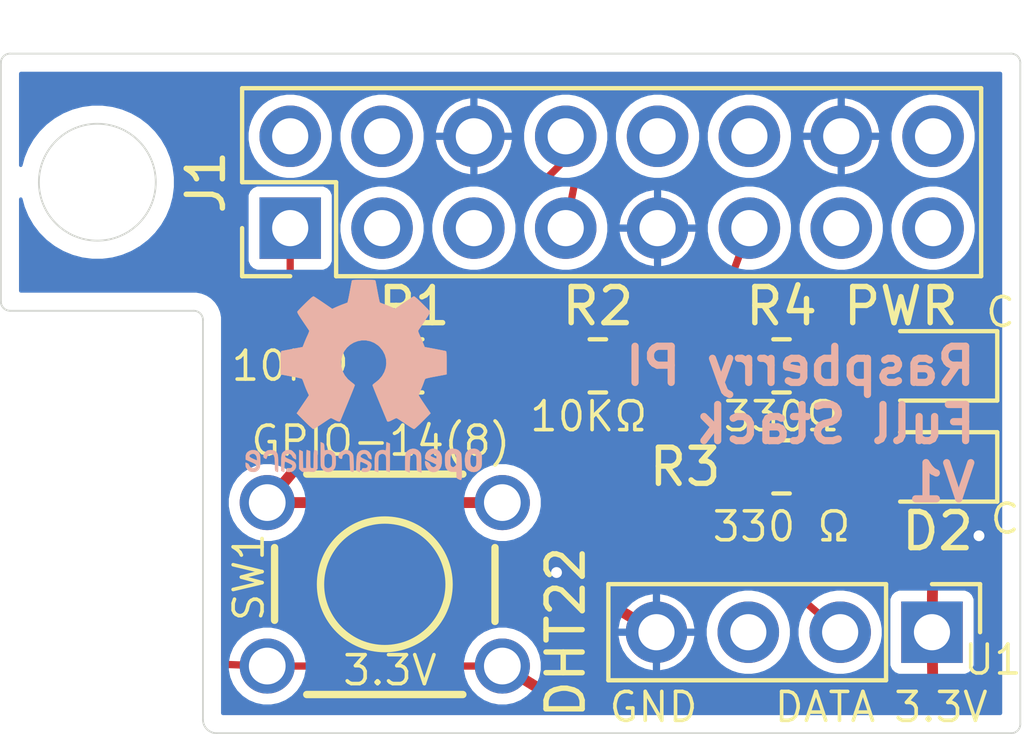
<source format=kicad_pcb>
(kicad_pcb (version 20241229) (generator "pcbnew") (generator_version "9.0")
  (title_block (title "Raspberry PI HAT") (date "2025-06-14") (rev "1") (company "DGN Holdings") (comment 1 "Designed by Gathonjia in Toll, Nanyuki"))
  (layers (0 "F.Cu" signal) (2 "B.Cu" signal) (13 "F.Paste" user) (15 "B.Paste" user) (5 "F.SilkS" user "F.Silkscreen") (7 "B.SilkS" user "B.Silkscreen") (1 "F.Mask" user) (3 "B.Mask" user) (25 "Edge.Cuts" user))
  (net 0 "")
  (net 1 "Net-(D1-A)")
  (net 2 "GND")
  (net 3 "Net-(D2-A)")
  (net 5 "Net-(J1-GCLK0{slash}GPIO4)")
  (net 9 "/3V3")
  (net 13 "Net-(J1-GPIO17)")
  (net 14 "/Button_input")
  (footprint "LED_SMD:LED_0805_2012Metric" (layer "F.Cu") (at 121.248 102.108 180)
    (property "Reference" "PWR" (at 0.979 4.445 0) (layer "F.SilkS"))
    (property "Value" "LED")
    (fp_line (start 1 -0.96) (end -1.685 -0.96) (stroke (width 0.12)) (layer "F.SilkS"))
    (fp_line (start -1.685 0.96) (end 1 0.96) (stroke (width 0.12)) (layer "F.SilkS"))
    (fp_line (start -1.685 -0.96) (end -1.685 0.96) (stroke (width 0.12)) (layer "F.SilkS"))
    (pad "1" smd roundrect (at -0.9375 0 180) (size 0.975 1.4) (layers "F.Cu" "F.Mask" "F.Paste") (net 2 "GND"))
    (pad "2" smd roundrect (at 0.9375 0 180) (size 0.975 1.4) (layers "F.Cu" "F.Mask" "F.Paste") (net 1 "Net-(D1-A)"))
  )
  (footprint "Resistor_SMD:R_0805_2012Metric" (layer "F.Cu") (at 116.967 99.314)
    (property "Reference" "R4" (at 0 -1.65 0) (layer "F.SilkS"))
    (property "Value" "330Ω" (at 0 1.397 0) (layer "F.SilkS") (effects (font (size 0.8 0.8) (thickness 0.1))))
    (fp_line (start -0.227064 -0.735) (end 0.227064 -0.735) (stroke (width 0.12)) (layer "F.SilkS"))
    (fp_line (start -0.227064 0.735) (end 0.227064 0.735) (stroke (width 0.12)) (layer "F.SilkS"))
    (pad "1" smd roundrect (at -0.9125 0) (size 1.025 1.4) (layers "F.Cu" "F.Mask" "F.Paste") (roundrect_rratio 0.243902) (net 9 "/3V3"))
    (pad "2" smd roundrect (at 0.9125 0) (size 1.025 1.4) (layers "F.Cu" "F.Mask" "F.Paste") (roundrect_rratio 0.243902) (net 3 "Net-(D2-A)"))
  )
  (footprint "Resistor_SMD:R_0805_2012Metric" (layer "F.Cu") (at 116.967 102.108)
    (property "Reference" "R3" (at -2.667 0 0) (layer "F.SilkS"))
    (property "Value" "330 Ω" (at 0 1.65 0) (layer "F.SilkS") (effects (font (size 0.8 0.8) (thickness 0.1))))
    (fp_line (start -0.227064 -0.735) (end 0.227064 -0.735) (stroke (width 0.12)) (layer "F.SilkS"))
    (fp_line (start -0.227064 0.735) (end 0.227064 0.735) (stroke (width 0.12)) (layer "F.SilkS"))
    (pad "1" smd roundrect (at -0.9125 0) (size 1.025 1.4) (layers "F.Cu" "F.Mask" "F.Paste") (roundrect_rratio 0.243902) (net 5 "Net-(J1-GCLK0{slash}GPIO4)"))
    (pad "2" smd roundrect (at 0.9125 0) (size 1.025 1.4) (layers "F.Cu" "F.Mask" "F.Paste") (roundrect_rratio 0.243902) (net 1 "Net-(D1-A)"))
  )
  (footprint "LED_SMD:LED_0805_2012Metric" (layer "F.Cu") (at 121.248 99.314 180)
    (property "Reference" "D2" (at -0.037 -4.572 0) (layer "F.SilkS"))
    (property "Value" "LED")
    (fp_line (start 1 -0.96) (end -1.685 -0.96) (stroke (width 0.12)) (layer "F.SilkS"))
    (fp_line (start -1.685 0.96) (end 1 0.96) (stroke (width 0.12)) (layer "F.SilkS"))
    (fp_line (start -1.685 -0.96) (end -1.685 0.96) (stroke (width 0.12)) (layer "F.SilkS"))
    (pad "1" smd roundrect (at -0.9375 0 180) (size 0.975 1.4) (layers "F.Cu" "F.Mask" "F.Paste") (net 2 "GND"))
    (pad "2" smd roundrect (at 0.9375 0 180) (size 0.975 1.4) (layers "F.Cu" "F.Mask" "F.Paste") (net 3 "Net-(D2-A)"))
  )
  (footprint "freetronics_footprints:SW_PUSHBUTTON_PTH" (layer "F.Cu") (at 105.9942 105.3554 180)
    (property "Reference" "SW1" (at 3.7592 0.1994 90) (layer "F.SilkS") (effects (font (size 0.8 0.8) (thickness 0.1))))
    (property "Value" "SW_DPST" (hide yes))
    (fp_line (start 3.048 -0.99568) (end 3.048 1.016) (stroke (width 0.2032)) (layer "F.SilkS"))
    (fp_line (start 2.159 -3.048) (end -2.159 -3.048) (stroke (width 0.2032)) (layer "F.SilkS"))
    (fp_line (start -2.159 3.048) (end 2.159 3.048) (stroke (width 0.2032)) (layer "F.SilkS"))
    (fp_line (start -3.048 -1.02616) (end -3.048 1.016) (stroke (width 0.2032)) (layer "F.SilkS"))
    (fp_circle (center 0 0) (end 1.778 0) (stroke (width 0.2032)) (fill no) (layer "F.SilkS"))
    (pad "1" thru_hole oval (at -3.2512 -2.2606 180) (size 1.524 1.524) (drill 1.016) (layers "*.Cu" "*.Mask") (net 9 "/3V3"))
    (pad "1" thru_hole oval (at 3.2512 -2.2606 180) (size 1.524 1.524) (drill 1.016) (layers "*.Cu" "*.Mask") (net 9 "/3V3"))
    (pad "2" thru_hole oval (at -3.2512 2.2606 180) (size 1.524 1.524) (drill 1.016) (layers "*.Cu" "*.Mask") (net 14 "/Button_input"))
    (pad "2" thru_hole oval (at 3.2512 2.2606 180) (size 1.524 1.524) (drill 1.016) (layers "*.Cu" "*.Mask") (net 14 "/Button_input"))
  )
  (footprint "Resistor_SMD:R_0805_2012Metric" (layer "F.Cu") (at 106.807 99.314)
    (property "Reference" "R1" (at 0 -1.65 0) (layer "F.SilkS"))
    (property "Value" "10KΩ" (at -3.429 0 180) (layer "F.SilkS") (effects (font (size 0.8 0.8) (thickness 0.1))))
    (fp_line (start -0.227064 -0.735) (end 0.227064 -0.735) (stroke (width 0.12)) (layer "F.SilkS"))
    (fp_line (start -0.227064 0.735) (end 0.227064 0.735) (stroke (width 0.12)) (layer "F.SilkS"))
    (pad "1" smd roundrect (at -0.9125 0) (size 1.025 1.4) (layers "F.Cu" "F.Mask" "F.Paste") (roundrect_rratio 0.243902) (net 14 "/Button_input"))
    (pad "2" smd roundrect (at 0.9125 0) (size 1.025 1.4) (layers "F.Cu" "F.Mask" "F.Paste") (roundrect_rratio 0.243902) (net 2 "GND"))
  )
  (footprint "Connector_PinHeader_2.54mm:PinHeader_2x08_P2.54mm_Vertical" (layer "F.Cu") (at 103.378 95.504 90)
    (property "Reference" "J1" (at 1.27 -2.33 90) (layer "F.SilkS"))
    (property "Value" "Raspberry_Pi_2_3")
    (fp_line (start 3.87 -1.33) (end 3.87 19.11) (stroke (width 0.12)) (layer "F.SilkS"))
    (fp_line (start 1.27 -1.33) (end 3.87 -1.33) (stroke (width 0.12)) (layer "F.SilkS"))
    (fp_line (start -1.33 -1.33) (end 0 -1.33) (stroke (width 0.12)) (layer "F.SilkS"))
    (fp_line (start -1.33 0) (end -1.33 -1.33) (stroke (width 0.12)) (layer "F.SilkS"))
    (fp_line (start 1.27 1.27) (end 1.27 -1.33) (stroke (width 0.12)) (layer "F.SilkS"))
    (fp_line (start -1.33 1.27) (end 1.27 1.27) (stroke (width 0.12)) (layer "F.SilkS"))
    (fp_line (start -1.33 1.27) (end -1.33 19.11) (stroke (width 0.12)) (layer "F.SilkS"))
    (fp_line (start -1.33 19.11) (end 3.87 19.11) (stroke (width 0.12)) (layer "F.SilkS"))
    (pad "1" thru_hole rect (at 0 0 90) (size 1.7 1.7) (drill 1) (layers "*.Cu" "*.Mask") (net 9 "/3V3"))
    (pad "2" thru_hole oval (at 2.54 0 90) (size 1.7 1.7) (drill 1) (layers "*.Cu" "*.Mask"))
    (pad "3" thru_hole oval (at 0 2.54 90) (size 1.7 1.7) (drill 1) (layers "*.Cu" "*.Mask"))
    (pad "4" thru_hole oval (at 2.54 2.54 90) (size 1.7 1.7) (drill 1) (layers "*.Cu" "*.Mask"))
    (pad "5" thru_hole oval (at 0 5.08 90) (size 1.7 1.7) (drill 1) (layers "*.Cu" "*.Mask"))
    (pad "6" thru_hole oval (at 2.54 5.08 90) (size 1.7 1.7) (drill 1) (layers "*.Cu" "*.Mask") (net 2 "GND"))
    (pad "7" thru_hole oval (at 0 7.62 90) (size 1.7 1.7) (drill 1) (layers "*.Cu" "*.Mask") (net 5 "Net-(J1-GCLK0{slash}GPIO4)"))
    (pad "8" thru_hole oval (at 2.54 7.62 90) (size 1.7 1.7) (drill 1) (layers "*.Cu" "*.Mask") (net 14 "/Button_input"))
    (pad "9" thru_hole oval (at 0 10.16 90) (size 1.7 1.7) (drill 1) (layers "*.Cu" "*.Mask") (net 2 "GND"))
    (pad "10" thru_hole oval (at 2.54 10.16 90) (size 1.7 1.7) (drill 1) (layers "*.Cu" "*.Mask"))
    (pad "11" thru_hole oval (at 0 12.7 90) (size 1.7 1.7) (drill 1) (layers "*.Cu" "*.Mask") (net 13 "Net-(J1-GPIO17)"))
    (pad "12" thru_hole oval (at 2.54 12.7 90) (size 1.7 1.7) (drill 1) (layers "*.Cu" "*.Mask"))
    (pad "13" thru_hole oval (at 0 15.24 90) (size 1.7 1.7) (drill 1) (layers "*.Cu" "*.Mask"))
    (pad "14" thru_hole oval (at 2.54 15.24 90) (size 1.7 1.7) (drill 1) (layers "*.Cu" "*.Mask") (net 2 "GND"))
    (pad "15" thru_hole oval (at 0 17.78 90) (size 1.7 1.7) (drill 1) (layers "*.Cu" "*.Mask"))
    (pad "16" thru_hole oval (at 2.54 17.78 90) (size 1.7 1.7) (drill 1) (layers "*.Cu" "*.Mask"))
  )
  (footprint "Resistor_SMD:R_0805_2012Metric" (layer "F.Cu") (at 111.887 99.314 180)
    (property "Reference" "R2" (at 0 1.651 0) (layer "F.SilkS"))
    (property "Value" "10KΩ" (at 0.254 -1.398 0) (layer "F.SilkS") (effects (font (size 0.8 0.8) (thickness 0.1))))
    (fp_line (start -0.227064 0.735) (end 0.227064 0.735) (stroke (width 0.12)) (layer "F.SilkS"))
    (fp_line (start -0.227064 -0.735) (end 0.227064 -0.735) (stroke (width 0.12)) (layer "F.SilkS"))
    (pad "1" smd roundrect (at -0.9125 0 180) (size 1.025 1.4) (layers "F.Cu" "F.Mask" "F.Paste") (roundrect_rratio 0.243902) (net 9 "/3V3"))
    (pad "2" smd roundrect (at 0.9125 0 180) (size 1.025 1.4) (layers "F.Cu" "F.Mask" "F.Paste") (roundrect_rratio 0.243902) (net 13 "Net-(J1-GPIO17)"))
  )
  (footprint "Connector_PinHeader_2.54mm:PinHeader_1x04_P2.54mm_Vertical" (layer "F.Cu") (at 121.128 106.68 -90)
    (property "Reference" "U1" (at 0.762 -1.681 0) (layer "F.SilkS") (effects (font (size 0.8 0.8) (thickness 0.1))))
    (property "Value" "DHT22" (at 0 10.13 270) (layer "F.SilkS"))
    (fp_line (start -1.33 8.95) (end 1.33 8.95) (stroke (width 0.12)) (layer "F.SilkS"))
    (fp_line (start -1.33 1.27) (end -1.33 8.95) (stroke (width 0.12)) (layer "F.SilkS"))
    (fp_line (start -1.33 1.27) (end 1.33 1.27) (stroke (width 0.12)) (layer "F.SilkS"))
    (fp_line (start 1.33 1.27) (end 1.33 8.95) (stroke (width 0.12)) (layer "F.SilkS"))
    (fp_line (start -1.33 0) (end -1.33 -1.33) (stroke (width 0.12)) (layer "F.SilkS"))
    (fp_line (start -1.33 -1.33) (end 0 -1.33) (stroke (width 0.12)) (layer "F.SilkS"))
    (pad "1" thru_hole rect (at 0 0 270) (size 1.7 1.7) (drill 1) (layers "*.Cu" "*.Mask") (net 9 "/3V3"))
    (pad "2" thru_hole oval (at 0 2.54 270) (size 1.7 1.7) (drill 1) (layers "*.Cu" "*.Mask") (net 13 "Net-(J1-GPIO17)"))
    (pad "3" thru_hole oval (at 0 5.08 270) (size 1.7 1.7) (drill 1) (layers "*.Cu" "*.Mask"))
    (pad "4" thru_hole oval (at 0 7.62 270) (size 1.7 1.7) (drill 1) (layers "*.Cu" "*.Mask") (net 2 "GND"))
  )
  (footprint "Symbol:OSHW-Logo2_7.3x6mm_SilkScreen" (layer "B.Cu") (at 105.41 99.695 180)
    (property "Reference" "REF**" (hide yes))
    (property "Value" "OSHW-Logo2_7.3x6mm_SilkScreen" (hide yes))
    (fp_poly (pts (xy 2.6526 -1.958752) (xy 2.669948 -1.966334) (xy 2.711356 -1.999128) (xy 2.746765 -2.046547) (xy 2.768664 -2.097151) (xy 2.772229 -2.122098) (xy 2.760279 -2.156927) (xy 2.734067 -2.175357) (xy 2.705964 -2.186516) (xy 2.693095 -2.188572) (xy 2.686829 -2.173649) (xy 2.674456 -2.141175) (xy 2.669028 -2.126502) (xy 2.63859 -2.075744) (xy 2.59452 -2.050427) (xy 2.53801 -2.051206) (xy 2.533825 -2.052203) (xy 2.503655 -2.066507) (xy 2.481476 -2.094393) (xy 2.466327 -2.139287) (xy 2.45725 -2.204615) (xy 2.453286 -2.293804) (xy 2.452914 -2.341261) (xy 2.45273 -2.416071) (xy 2.451522 -2.467069) (xy 2.448309 -2.499471) (xy 2.442109 -2.518495) (xy 2.43194 -2.529356) (xy 2.416819 -2.537272) (xy 2.415946 -2.53767) (xy 2.386828 -2.549981) (xy 2.372403 -2.554514) (xy 2.370186 -2.540809) (xy 2.368289 -2.502925) (xy 2.366847 -2.445715) (xy 2.365998 -2.374027) (xy 2.365829 -2.321565) (xy 2.366692 -2.220047) (xy 2.37007 -2.143032) (xy 2.377142 -2.086023) (xy 2.389088 -2.044526) (xy 2.40709 -2.014043) (xy 2.432327 -1.99008) (xy 2.457247 -1.973355) (xy 2.517171 -1.951097) (xy 2.586911 -1.946076) (xy 2.6526 -1.958752)) (stroke (width 0.01)) (fill yes) (layer "B.SilkS"))
    (fp_poly (pts (xy -1.283907 -1.92778) (xy -1.237328 -1.954723) (xy -1.204943 -1.981466) (xy -1.181258 -2.009484) (xy -1.164941 -2.043748) (xy -1.154661 -2.089227) (xy -1.149086 -2.150892) (xy -1.146884 -2.233711) (xy -1.146629 -2.293246) (xy -1.146629 -2.512391) (xy -1.208314 -2.540044) (xy -1.27 -2.567697) (xy -1.277257 -2.32767) (xy -1.280256 -2.238028) (xy -1.283402 -2.172962) (xy -1.287299 -2.128026) (xy -1.292553 -2.09877) (xy -1.299769 -2.080748) (xy -1.30955 -2.069511) (xy -1.312688 -2.067079) (xy -1.360239 -2.048083) (xy -1.408303 -2.0556) (xy -1.436914 -2.075543) (xy -1.448553 -2.089675) (xy -1.456609 -2.10822) (xy -1.461729 -2.136334) (xy -1.464559 -2.179173) (xy -1.465744 -2.241895) (xy -1.465943 -2.307261) (xy -1.465982 -2.389268) (xy -1.467386 -2.447316) (xy -1.472086 -2.486465) (xy -1.482013 -2.51178) (xy -1.499097 -2.528323) (xy -1.525268 -2.541156) (xy -1.560225 -2.554491) (xy -1.598404 -2.569007) (xy -1.593859 -2.311389) (xy -1.592029 -2.218519) (xy -1.589888 -2.149889) (xy -1.586819 -2.100711) (xy -1.582206 -2.066198) (xy -1.575432 -2.041562) (xy -1.565881 -2.022016) (xy -1.554366 -2.00477) (xy -1.49881 -1.94968) (xy -1.43102 -1.917822) (xy -1.357287 -1.910191) (xy -1.283907 -1.92778)) (stroke (width 0.01)) (fill yes) (layer "B.SilkS"))
    (fp_poly (pts (xy 0.529926 -1.949755) (xy 0.595858 -1.974084) (xy 0.649273 -2.017117) (xy 0.670164 -2.047409) (xy 0.692939 -2.102994) (xy 0.692466 -2.143186) (xy 0.668562 -2.170217) (xy 0.659717 -2.174813) (xy 0.62153 -2.189144) (xy 0.602028 -2.185472) (xy 0.595422 -2.161407) (xy 0.595086 -2.148114) (xy 0.582992 -2.09921) (xy 0.551471 -2.064999) (xy 0.507659 -2.048476) (xy 0.458695 -2.052634) (xy 0.418894 -2.074227) (xy 0.40545 -2.086544) (xy 0.395921 -2.101487) (xy 0.389485 -2.124075) (xy 0.385317 -2.159328) (xy 0.382597 -2.212266) (xy 0.380502 -2.287907) (xy 0.37996 -2.311857) (xy 0.377981 -2.39379) (xy 0.375731 -2.451455) (xy 0.372357 -2.489608) (xy 0.367006 -2.513004) (xy 0.358824 -2.526398) (xy 0.346959 -2.534545) (xy 0.339362 -2.538144) (xy 0.307102 -2.550452) (xy 0.288111 -2.554514) (xy 0.281836 -2.540948) (xy 0.278006 -2.499934) (xy 0.2766 -2.430999) (xy 0.277598 -2.333669) (xy 0.277908 -2.318657) (xy 0.280101 -2.229859) (xy 0.282693 -2.165019) (xy 0.286382 -2.119067) (xy 0.291864 -2.086935) (xy 0.299835 -2.063553) (xy 0.310993 -2.043852) (xy 0.31683 -2.03541) (xy 0.350296 -1.998057) (xy 0.387727 -1.969003) (xy 0.392309 -1.966467) (xy 0.459426 -1.946443) (xy 0.529926 -1.949755)) (stroke (width 0.01)) (fill yes) (layer "B.SilkS"))
    (fp_poly (pts (xy 1.779833 -1.958663) (xy 1.782048 -1.99685) (xy 1.783784 -2.054886) (xy 1.784899 -2.12818) (xy 1.785257 -2.205055) (xy 1.785257 -2.465196) (xy 1.739326 -2.511127) (xy 1.707675 -2.539429) (xy 1.67989 -2.550893) (xy 1.641915 -2.550168) (xy 1.62684 -2.548321) (xy 1.579726 -2.542948) (xy 1.540756 -2.539869) (xy 1.531257 -2.539585) (xy 1.499233 -2.541445) (xy 1.453432 -2.546114) (xy 1.435674 -2.548321) (xy 1.392057 -2.551735) (xy 1.362745 -2.54432) (xy 1.33368 -2.521427) (xy 1.323188 -2.511127) (xy 1.277257 -2.465196) (xy 1.277257 -1.978602) (xy 1.314226 -1.961758) (xy 1.346059 -1.949282) (xy 1.364683 -1.944914) (xy 1.369458 -1.958718) (xy 1.373921 -1.997286) (xy 1.377775 -2.056356) (xy 1.380722 -2.131663) (xy 1.382143 -2.195286) (xy 1.386114 -2.445657) (xy 1.420759 -2.450556) (xy 1.452268 -2.447131) (xy 1.467708 -2.436041) (xy 1.472023 -2.415308) (xy 1.475708 -2.371145) (xy 1.478469 -2.309146) (xy 1.480012 -2.234909) (xy 1.480235 -2.196706) (xy 1.480457 -1.976783) (xy 1.526166 -1.960849) (xy 1.558518 -1.950015) (xy 1.576115 -1.944962) (xy 1.576623 -1.944914) (xy 1.578388 -1.958648) (xy 1.580329 -1.99673) (xy 1.582282 -2.054482) (xy 1.584084 -2.127227) (xy 1.585343 -2.195286) (xy 1.589314 -2.445657) (xy 1.6764 -2.445657) (xy 1.680396 -2.21724) (xy 1.684392 -1.988822) (xy 1.726847 -1.966868) (xy 1.758192 -1.951793) (xy 1.776744 -1.944951) (xy 1.777279 -1.944914) (xy 1.779833 -1.958663)) (stroke (width 0.01)) (fill yes) (layer "B.SilkS"))
    (fp_poly (pts (xy -0.624114 -1.851289) (xy -0.619861 -1.910613) (xy -0.614975 -1.945572) (xy -0.608205 -1.96082) (xy -0.598298 -1.961015) (xy -0.595086 -1.959195) (xy -0.552356 -1.946015) (xy -0.496773 -1.946785) (xy -0.440263 -1.960333) (xy -0.404918 -1.977861) (xy -0.368679 -2.005861) (xy -0.342187 -2.037549) (xy -0.324001 -2.077813) (xy -0.312678 -2.131543) (xy -0.306778 -2.203626) (xy -0.304857 -2.298951) (xy -0.304823 -2.317237) (xy -0.3048 -2.522646) (xy -0.350509 -2.53858) (xy -0.382973 -2.54942) (xy -0.400785 -2.554468) (xy -0.401309 -2.554514) (xy -0.403063 -2.540828) (xy -0.404556 -2.503076) (xy -0.405674 -2.446224) (xy -0.406303 -2.375234) (xy -0.4064 -2.332073) (xy -0.406602 -2.246973) (xy -0.407642 -2.185981) (xy -0.410169 -2.144177) (xy -0.414836 -2.116642) (xy -0.422293 -2.098456) (xy -0.433189 -2.084698) (xy -0.439993 -2.078073) (xy -0.486728 -2.051375) (xy -0.537728 -2.049375) (xy -0.583999 -2.071955) (xy -0.592556 -2.080107) (xy -0.605107 -2.095436) (xy -0.613812 -2.113618) (xy -0.619369 -2.139909) (xy -0.622474 -2.179562) (xy -0.623824 -2.237832) (xy -0.624114 -2.318173) (xy -0.624114 -2.522646) (xy -0.669823 -2.53858) (xy -0.702287 -2.54942) (xy -0.720099 -2.554468) (xy -0.720623 -2.554514) (xy -0.721963 -2.540623) (xy -0.723172 -2.501439) (xy -0.724199 -2.4407) (xy -0.724998 -2.362141) (xy -0.725519 -2.269498) (xy -0.725714 -2.166509) (xy -0.725714 -1.769342) (xy -0.678543 -1.749444) (xy -0.631371 -1.729547) (xy -0.624114 -1.851289)) (stroke (width 0.01)) (fill yes) (layer "B.SilkS"))
    (fp_poly (pts (xy -2.958885 -1.921962) (xy -2.890855 -1.957733) (xy -2.840649 -2.015301) (xy -2.822815 -2.052312) (xy -2.808937 -2.107882) (xy -2.801833 -2.178096) (xy -2.80116 -2.254727) (xy -2.806573 -2.329552) (xy -2.81773 -2.394342) (xy -2.834286 -2.440873) (xy -2.839374 -2.448887) (xy -2.899645 -2.508707) (xy -2.971231 -2.544535) (xy -3.048908 -2.55502) (xy -3.127452 -2.53881) (xy -3.149311 -2.529092) (xy -3.191878 -2.499143) (xy -3.229237 -2.459433) (xy -3.232768 -2.454397) (xy -3.247119 -2.430124) (xy -3.256606 -2.404178) (xy -3.26221 -2.370022) (xy -3.264914 -2.321119) (xy -3.265701 -2.250935) (xy -3.265714 -2.2352) (xy -3.265678 -2.230192) (xy -3.120571 -2.230192) (xy -3.119727 -2.29643) (xy -3.116404 -2.340386) (xy -3.109417 -2.368779) (xy -3.097584 -2.388325) (xy -3.091543 -2.394857) (xy -3.056814 -2.41968) (xy -3.023097 -2.418548) (xy -2.989005 -2.397016) (xy -2.968671 -2.374029) (xy -2.956629 -2.340478) (xy -2.949866 -2.287569) (xy -2.949402 -2.281399) (xy -2.948248 -2.185513) (xy -2.960312 -2.114299) (xy -2.98543 -2.068194) (xy -3.02344 -2.047635) (xy -3.037008 -2.046514) (xy -3.072636 -2.052152) (xy -3.097006 -2.071686) (xy -3.111907 -2.109042) (xy -3.119125 -2.16815) (xy -3.120571 -2.230192) (xy -3.265678 -2.230192) (xy -3.265174 -2.160413) (xy -3.262904 -2.108159) (xy -3.257932 -2.071949) (xy -3.249287 -2.045299) (xy -3.235995 -2.021722) (xy -3.233057 -2.017338) (xy -3.183687 -1.958249) (xy -3.129891 -1.923947) (xy -3.064398 -1.910331) (xy -3.042158 -1.909665) (xy -2.958885 -1.921962)) (stroke (width 0.01)) (fill yes) (layer "B.SilkS"))
    (fp_poly (pts (xy 3.153595 -1.966966) (xy 3.211021 -2.004497) (xy 3.238719 -2.038096) (xy 3.260662 -2.099064) (xy 3.262405 -2.147308) (xy 3.258457 -2.211816) (xy 3.109686 -2.276934) (xy 3.037349 -2.310202) (xy 2.990084 -2.336964) (xy 2.965507 -2.360144) (xy 2.961237 -2.382667) (xy 2.974889 -2.407455) (xy 2.989943 -2.423886) (xy 3.033746 -2.450235) (xy 3.081389 -2.452081) (xy 3.125145 -2.431546) (xy 3.157289 -2.390752) (xy 3.163038 -2.376347) (xy 3.190576 -2.331356) (xy 3.222258 -2.312182) (xy 3.265714 -2.295779) (xy 3.265714 -2.357966) (xy 3.261872 -2.400283) (xy 3.246823 -2.435969) (xy 3.21528 -2.476943) (xy 3.210592 -2.482267) (xy 3.175506 -2.51872) (xy 3.145347 -2.538283) (xy 3.107615 -2.547283) (xy 3.076335 -2.55023) (xy 3.020385 -2.550965) (xy 2.980555 -2.54166) (xy 2.955708 -2.527846) (xy 2.916656 -2.497467) (xy 2.889625 -2.464613) (xy 2.872517 -2.423294) (xy 2.863238 -2.367521) (xy 2.859693 -2.291305) (xy 2.85941 -2.252622) (xy 2.860372 -2.206247) (xy 2.948007 -2.206247) (xy 2.949023 -2.231126) (xy 2.951556 -2.2352) (xy 2.968274 -2.229665) (xy 3.004249 -2.215017) (xy 3.052331 -2.19419) (xy 3.062386 -2.189714) (xy 3.123152 -2.158814) (xy 3.156632 -2.131657) (xy 3.16399 -2.10622) (xy 3.146391 -2.080481) (xy 3.131856 -2.069109) (xy 3.07941 -2.046364) (xy 3.030322 -2.050122) (xy 2.989227 -2.077884) (xy 2.960758 -2.127152) (xy 2.951631 -2.166257) (xy 2.948007 -2.206247) (xy 2.860372 -2.206247) (xy 2.861285 -2.162249) (xy 2.868196 -2.095384) (xy 2.881884 -2.046695) (xy 2.904096 -2.010849) (xy 2.936574 -1.982513) (xy 2.950733 -1.973355) (xy 3.015053 -1.949507) (xy 3.085473 -1.948006) (xy 3.153595 -1.966966)) (stroke (width 0.01)) (fill yes) (layer "B.SilkS"))
    (fp_poly (pts (xy 1.190117 -2.065358) (xy 1.189933 -2.173837) (xy 1.189219 -2.257287) (xy 1.187675 -2.319704) (xy 1.185001 -2.365085) (xy 1.180894 -2.397429) (xy 1.175055 -2.420733) (xy 1.167182 -2.438995) (xy 1.161221 -2.449418) (xy 1.111855 -2.505945) (xy 1.049264 -2.541377) (xy 0.980013 -2.55409) (xy 0.910668 -2.542463) (xy 0.869375 -2.521568) (xy 0.826025 -2.485422) (xy 0.796481 -2.441276) (xy 0.778655 -2.383462) (xy 0.770463 -2.306313) (xy 0.769302 -2.249714) (xy 0.769458 -2.245647) (xy 0.870857 -2.245647) (xy 0.871476 -2.31055) (xy 0.874314 -2.353514) (xy 0.88084 -2.381622) (xy 0.892523 -2.401953) (xy 0.906483 -2.417288) (xy 0.953365 -2.44689) (xy 1.003701 -2.449419) (xy 1.051276 -2.424705) (xy 1.054979 -2.421356) (xy 1.070783 -2.403935) (xy 1.080693 -2.383209) (xy 1.086058 -2.352362) (xy 1.088228 -2.304577) (xy 1.088571 -2.251748) (xy 1.087827 -2.185381) (xy 1.084748 -2.141106) (xy 1.078061 -2.112009) (xy 1.066496 -2.091173) (xy 1.057013 -2.080107) (xy 1.01296 -2.052198) (xy 0.962224 -2.048843) (xy 0.913796 -2.070159) (xy 0.90445 -2.078073) (xy 0.88854 -2.095647) (xy 0.87861 -2.116587) (xy 0.873278 -2.147782) (xy 0.871163 -2.196122) (xy 0.870857 -2.245647) (xy 0.769458 -2.245647) (xy 0.77281 -2.158568) (xy 0.784726 -2.090086) (xy 0.807135 -2.0386) (xy 0.842124 -1.998443) (xy 0.869375 -1.977861) (xy 0.918907 -1.955625) (xy 0.976316 -1.945304) (xy 1.029682 -1.948067) (xy 1.059543 -1.959212) (xy 1.071261 -1.962383) (xy 1.079037 -1.950557) (xy 1.084465 -1.918866) (xy 1.088571 -1.870593) (xy 1.093067 -1.816829) (xy 1.099313 -1.784482) (xy 1.110676 -1.765985) (xy 1.130528 -1.75377) (xy 1.143 -1.748362) (xy 1.190171 -1.728601) (xy 1.190117 -2.065358)) (stroke (width 0.01)) (fill yes) (layer "B.SilkS"))
    (fp_poly (pts (xy -1.831697 -1.931239) (xy -1.774473 -1.969735) (xy -1.730251 -2.025335) (xy -1.703833 -2.096086) (xy -1.69849 -2.148162) (xy -1.699097 -2.169893) (xy -1.704178 -2.186531) (xy -1.718145 -2.201437) (xy -1.745411 -2.217973) (xy -1.790388 -2.239498) (xy -1.857489 -2.269374) (xy -1.857829 -2.269524) (xy -1.919593 -2.297813) (xy -1.970241 -2.322933) (xy -2.004596 -2.342179) (xy -2.017482 -2.352848) (xy -2.017486 -2.352934) (xy -2.006128 -2.376166) (xy -1.979569 -2.401774) (xy -1.949077 -2.420221) (xy -1.93363 -2.423886) (xy -1.891485 -2.411212) (xy -1.855192 -2.379471) (xy -1.837483 -2.344572) (xy -1.820448 -2.318845) (xy -1.787078 -2.289546) (xy -1.747851 -2.264235) (xy -1.713244 -2.250471) (xy -1.706007 -2.249714) (xy -1.697861 -2.26216) (xy -1.69737 -2.293972) (xy -1.703357 -2.336866) (xy -1.714643 -2.382558) (xy -1.73005 -2.422761) (xy -1.730829 -2.424322) (xy -1.777196 -2.489062) (xy -1.837289 -2.533097) (xy -1.905535 -2.554711) (xy -1.976362 -2.552185) (xy -2.044196 -2.523804) (xy -2.047212 -2.521808) (xy -2.100573 -2.473448) (xy -2.13566 -2.410352) (xy -2.155078 -2.327387) (xy -2.157684 -2.304078) (xy -2.162299 -2.194055) (xy -2.156767 -2.142748) (xy -2.017486 -2.142748) (xy -2.015676 -2.174753) (xy -2.005778 -2.184093) (xy -1.981102 -2.177105) (xy -1.942205 -2.160587) (xy -1.898725 -2.139881) (xy -1.897644 -2.139333) (xy -1.860791 -2.119949) (xy -1.846 -2.107013) (xy -1.849647 -2.093451) (xy -1.865005 -2.075632) (xy -1.904077 -2.049845) (xy -1.946154 -2.04795) (xy -1.983897 -2.066717) (xy -2.009966 -2.102915) (xy -2.017486 -2.142748) (xy -2.156767 -2.142748) (xy -2.152806 -2.106027) (xy -2.12845 -2.036212) (xy -2.094544 -1.987302) (xy -2.033347 -1.937878) (xy -1.965937 -1.913359) (xy -1.89712 -1.911797) (xy -1.831697 -1.931239)) (stroke (width 0.01)) (fill yes) (layer "B.SilkS"))
    (fp_poly (pts (xy 0.039744 -1.950968) (xy 0.096616 -1.972087) (xy 0.097267 -1.972493) (xy 0.13244 -1.99838) (xy 0.158407 -2.028633) (xy 0.17667 -2.068058) (xy 0.188732 -2.121462) (xy 0.196096 -2.193651) (xy 0.200264 -2.289432) (xy 0.200629 -2.303078) (xy 0.205876 -2.508842) (xy 0.161716 -2.531678) (xy 0.129763 -2.54711) (xy 0.11047 -2.554423) (xy 0.109578 -2.554514) (xy 0.106239 -2.541022) (xy 0.103587 -2.504626) (xy 0.101956 -2.451452) (xy 0.1016 -2.408393) (xy 0.101592 -2.338641) (xy 0.098403 -2.294837) (xy 0.087288 -2.273944) (xy 0.063501 -2.272925) (xy 0.022296 -2.288741) (xy -0.039914 -2.317815) (xy -0.085659 -2.341963) (xy -0.109187 -2.362913) (xy -0.116104 -2.385747) (xy -0.116114 -2.386877) (xy -0.104701 -2.426212) (xy -0.070908 -2.447462) (xy -0.019191 -2.450539) (xy 0.018061 -2.450006) (xy 0.037703 -2.460735) (xy 0.049952 -2.486505) (xy 0.057002 -2.519337) (xy 0.046842 -2.537966) (xy 0.043017 -2.540632) (xy 0.007001 -2.55134) (xy -0.043434 -2.552856) (xy -0.095374 -2.545759) (xy -0.132178 -2.532788) (xy -0.183062 -2.489585) (xy -0.211986 -2.429446) (xy -0.217714 -2.382462) (xy -0.213343 -2.340082) (xy -0.197525 -2.305488) (xy -0.166203 -2.274763) (xy -0.115322 -2.24399) (xy -0.040824 -2.209252) (xy -0.036286 -2.207288) (xy 0.030821 -2.176287) (xy 0.072232 -2.150862) (xy 0.089981 -2.128014) (xy 0.086107 -2.104745) (xy 0.062643 -2.078056) (xy 0.055627 -2.071914) (xy 0.00863 -2.0481) (xy -0.040067 -2.049103) (xy -0.082478 -2.072451) (xy -0.110616 -2.115675) (xy -0.113231 -2.12416) (xy -0.138692 -2.165308) (xy -0.170999 -2.185128) (xy -0.217714 -2.20477) (xy -0.217714 -2.15395) (xy -0.203504 -2.080082) (xy -0.161325 -2.012327) (xy -0.139376 -1.989661) (xy -0.089483 -1.960569) (xy -0.026033 -1.9474) (xy 0.039744 -1.950968)) (stroke (width 0.01)) (fill yes) (layer "B.SilkS"))
    (fp_poly (pts (xy 2.144876 -1.956335) (xy 2.186667 -1.975344) (xy 2.219469 -1.998378) (xy 2.243503 -2.024133) (xy 2.260097 -2.057358) (xy 2.270577 -2.1028) (xy 2.276271 -2.165207) (xy 2.278507 -2.249327) (xy 2.278743 -2.304721) (xy 2.278743 -2.520826) (xy 2.241774 -2.53767) (xy 2.212656 -2.549981) (xy 2.198231 -2.554514) (xy 2.195472 -2.541025) (xy 2.193282 -2.504653) (xy 2.191942 -2.451542) (xy 2.191657 -2.409372) (xy 2.190434 -2.348447) (xy 2.187136 -2.300115) (xy 2.182321 -2.270518) (xy 2.178496 -2.264229) (xy 2.152783 -2.270652) (xy 2.112418 -2.287125) (xy 2.065679 -2.309458) (xy 2.020845 -2.333457) (xy 1.986193 -2.35493) (xy 1.970002 -2.369685) (xy 1.969938 -2.369845) (xy 1.97133 -2.397152) (xy 1.983818 -2.423219) (xy 2.005743 -2.444392) (xy 2.037743 -2.451474) (xy 2.065092 -2.450649) (xy 2.103826 -2.450042) (xy 2.124158 -2.459116) (xy 2.136369 -2.483092) (xy 2.137909 -2.487613) (xy 2.143203 -2.521806) (xy 2.129047 -2.542568) (xy 2.092148 -2.552462) (xy 2.052289 -2.554292) (xy 1.980562 -2.540727) (xy 1.943432 -2.521355) (xy 1.897576 -2.475845) (xy 1.873256 -2.419983) (xy 1.871073 -2.360957) (xy 1.891629 -2.305953) (xy 1.922549 -2.271486) (xy 1.95342 -2.252189) (xy 2.001942 -2.227759) (xy 2.058485 -2.202985) (xy 2.06791 -2.199199) (xy 2.130019 -2.171791) (xy 2.165822 -2.147634) (xy 2.177337 -2.123619) (xy 2.16658 -2.096635) (xy 2.148114 -2.075543) (xy 2.104469 -2.049572) (xy 2.056446 -2.047624) (xy 2.012406 -2.067637) (xy 1.980709 -2.107551) (xy 1.976549 -2.117848) (xy 1.952327 -2.155724) (xy 1.916965 -2.183842) (xy 1.872343 -2.206917) (xy 1.872343 -2.141485) (xy 1.874969 -2.101506) (xy 1.88623 -2.069997) (xy 1.911199 -2.036378) (xy 1.935169 -2.010484) (xy 1.972441 -1.973817) (xy 2.001401 -1.954121) (xy 2.032505 -1.94622) (xy 2.067713 -1.944914) (xy 2.144876 -1.956335)) (stroke (width 0.01)) (fill yes) (layer "B.SilkS"))
    (fp_poly (pts (xy -2.400256 -1.919918) (xy -2.344799 -1.947568) (xy -2.295852 -1.99848) (xy -2.282371 -2.017338) (xy -2.267686 -2.042015) (xy -2.258158 -2.068816) (xy -2.252707 -2.104587) (xy -2.250253 -2.156169) (xy -2.249714 -2.224267) (xy -2.252148 -2.317588) (xy -2.260606 -2.387657) (xy -2.276826 -2.439931) (xy -2.302546 -2.479869) (xy -2.339503 -2.512929) (xy -2.342218 -2.514886) (xy -2.37864 -2.534908) (xy -2.422498 -2.544815) (xy -2.478276 -2.547257) (xy -2.568952 -2.547257) (xy -2.56899 -2.635283) (xy -2.569834 -2.684308) (xy -2.574976 -2.713065) (xy -2.588413 -2.730311) (xy -2.614142 -2.744808) (xy -2.620321 -2.747769) (xy -2.649236 -2.761648) (xy -2.671624 -2.770414) (xy -2.688271 -2.771171) (xy -2.699964 -2.761023) (xy -2.70749 -2.737073) (xy -2.711634 -2.696426) (xy -2.713185 -2.636186) (xy -2.712929 -2.553455) (xy -2.711651 -2.445339) (xy -2.711252 -2.413) (xy -2.709815 -2.301524) (xy -2.708528 -2.228603) (xy -2.569029 -2.228603) (xy -2.568245 -2.290499) (xy -2.56476 -2.330997) (xy -2.556876 -2.357708) (xy -2.542895 -2.378244) (xy -2.533403 -2.38826) (xy -2.494596 -2.417567) (xy -2.460237 -2.419952) (xy -2.424784 -2.39575) (xy -2.423886 -2.394857) (xy -2.409461 -2.376153) (xy -2.400687 -2.350732) (xy -2.396261 -2.311584) (xy -2.394882 -2.251697) (xy -2.394857 -2.23843) (xy -2.398188 -2.155901) (xy -2.409031 -2.098691) (xy -2.42866 -2.063766) (xy -2.45835 -2.048094) (xy -2.475509 -2.046514) (xy -2.516234 -2.053926) (xy -2.544168 -2.07833) (xy -2.560983 -2.12298) (xy -2.56835 -2.19113) (xy -2.569029 -2.228603) (xy -2.708528 -2.228603) (xy -2.708292 -2.215245) (xy -2.706323 -2.150333) (xy -2.70355 -2.102958) (xy -2.699612 -2.06929) (xy -2.694151 -2.045498) (xy -2.686808 -2.027753) (xy -2.677223 -2.012224) (xy -2.673113 -2.006381) (xy -2.618595 -1.951185) (xy -2.549664 -1.91989) (xy -2.469928 -1.911165) (xy -2.400256 -1.919918)) (stroke (width 0.01)) (fill yes) (layer "B.SilkS"))
    (fp_poly (pts (xy 0.10391 2.757652) (xy 0.182454 2.757222) (xy 0.239298 2.756058) (xy 0.278105 2.753793) (xy 0.302538 2.75006) (xy 0.316262 2.744494) (xy 0.32294 2.736727) (xy 0.326236 2.726395) (xy 0.326556 2.725057) (xy 0.331562 2.700921) (xy 0.340829 2.653299) (xy 0.353392 2.587259) (xy 0.368287 2.507872) (xy 0.384551 2.420204) (xy 0.385119 2.417125) (xy 0.40141 2.331211) (xy 0.416652 2.255304) (xy 0.429861 2.193955) (xy 0.440054 2.151718) (xy 0.446248 2.133145) (xy 0.446543 2.132816) (xy 0.464788 2.123747) (xy 0.502405 2.108633) (xy 0.551271 2.090738) (xy 0.551543 2.090642) (xy 0.613093 2.067507) (xy 0.685657 2.038035) (xy 0.754057 2.008403) (xy 0.757294 2.006938) (xy 0.868702 1.956374) (xy 1.115399 2.12484) (xy 1.191077 2.176197) (xy 1.259631 2.222111) (xy 1.317088 2.25997) (xy 1.359476 2.287163) (xy 1.382825 2.301079) (xy 1.385042 2.302111) (xy 1.40201 2.297516) (xy 1.433701 2.275345) (xy 1.481352 2.234553) (xy 1.546198 2.174095) (xy 1.612397 2.109773) (xy 1.676214 2.046388) (xy 1.733329 1.988549) (xy 1.780305 1.939825) (xy 1.813703 1.90379) (xy 1.830085 1.884016) (xy 1.830694 1.882998) (xy 1.832505 1.869428) (xy 1.825683 1.847267) (xy 1.80854 1.813522) (xy 1.779393 1.7652) (xy 1.736555 1.699308) (xy 1.679448 1.614483) (xy 1.628766 1.539823) (xy 1.583461 1.47286) (xy 1.54615 1.417484) (xy 1.519452 1.37758) (xy 1.505985 1.357038) (xy 1.505137 1.355644) (xy 1.506781 1.335962) (xy 1.519245 1.297707) (xy 1.540048 1.248111) (xy 1.547462 1.232272) (xy 1.579814 1.16171) (xy 1.614328 1.081647) (xy 1.642365 1.012371) (xy 1.662568 0.960955) (xy 1.678615 0.921881) (xy 1.687888 0.901459) (xy 1.689041 0.899886) (xy 1.706096 0.897279) (xy 1.746298 0.890137) (xy 1.804302 0.879477) (xy 1.874763 0.866315) (xy 1.952335 0.851667) (xy 2.031672 0.836551) (xy 2.107431 0.821982) (xy 2.174264 0.808978) (xy 2.226828 0.798555) (xy 2.259776 0.79173) (xy 2.267857 0.789801) (xy 2.276205 0.785038) (xy 2.282506 0.774282) (xy 2.287045 0.753902) (xy 2.290104 0.720266) (xy 2.291967 0.669745) (xy 2.292918 0.598708) (xy 2.29324 0.503524) (xy 2.293257 0.464508) (xy 2.293257 0.147201) (xy 2.217057 0.132161) (xy 2.174663 0.124005) (xy 2.1114 0.112101) (xy 2.034962 0.097884) (xy 1.953043 0.08279) (xy 1.9304 0.078645) (xy 1.854806 0.063947) (xy 1.788953 0.049495) (xy 1.738366 0.036625) (xy 1.708574 0.026678) (xy 1.703612 0.023713) (xy 1.691426 0.002717) (xy 1.673953 -0.037967) (xy 1.654577 -0.090322) (xy 1.650734 -0.1016) (xy 1.625339 -0.171523) (xy 1.593817 -0.250418) (xy 1.562969 -0.321266) (xy 1.562817 -0.321595) (xy 1.511447 -0.432733) (xy 1.680399 -0.681253) (xy 1.849352 -0.929772) (xy 1.632429 -1.147058) (xy 1.566819 -1.211726) (xy 1.506979 -1.268733) (xy 1.456267 -1.315033) (xy 1.418046 -1.347584) (xy 1.395675 -1.363343) (xy 1.392466 -1.364343) (xy 1.373626 -1.356469) (xy 1.33518 -1.334578) (xy 1.28133 -1.301267) (xy 1.216276 -1.259131) (xy 1.14594 -1.211943) (xy 1.074555 -1.16381) (xy 1.010908 -1.121928) (xy 0.959041 -1.088871) (xy 0.922995 -1.067218) (xy 0.906867 -1.059543) (xy 0.887189 -1.066037) (xy 0.849875 -1.08315) (xy 0.802621 -1.107326) (xy 0.797612 -1.110013) (xy 0.733977 -1.141927) (xy 0.690341 -1.157579) (xy 0.663202 -1.157745) (xy 0.649057 -1.143204) (xy 0.648975 -1.143) (xy 0.641905 -1.125779) (xy 0.625042 -1.084899) (xy 0.599695 -1.023525) (xy 0.567171 -0.944819) (xy 0.528778 -0.851947) (xy 0.485822 -0.748072) (xy 0.444222 -0.647502) (xy 0.398504 -0.536516) (xy 0.356526 -0.433703) (xy 0.319548 -0.342215) (xy 0.288827 -0.265201) (xy 0.265622 -0.205815) (xy 0.25119 -0.167209) (xy 0.246743 -0.1528) (xy 0.257896 -0.136272) (xy 0.287069 -0.10993) (xy 0.325971 -0.080887) (xy 0.436757 0.010961) (xy 0.523351 0.116241) (xy 0.584716 0.232734) (xy 0.619815 0.358224) (xy 0.627608 0.490493) (xy 0.621943 0.551543) (xy 0.591078 0.678205) (xy 0.53792 0.790059) (xy 0.465767 0.885999) (xy 0.377917 0.964924) (xy 0.277665 1.02573) (xy 0.16831 1.067313) (xy 0.053147 1.088572) (xy -0.064525 1.088401) (xy -0.18141 1.065699) (xy -0.294211 1.019362) (xy -0.399631 0.948287) (xy -0.443632 0.908089) (xy -0.528021 0.804871) (xy -0.586778 0.692075) (xy -0.620296 0.57299) (xy -0.628965 0.450905) (xy -0.613177 0.329107) (xy -0.573322 0.210884) (xy -0.509793 0.099525) (xy -0.422979 -0.001684) (xy -0.325971 -0.080887) (xy -0.285563 -0.111162) (xy -0.257018 -0.137219) (xy -0.246743 -0.152825) (xy -0.252123 -0.169843) (xy -0.267425 -0.2105) (xy -0.291388 -0.271642) (xy -0.322756 -0.350119) (xy -0.360268 -0.44278) (xy -0.402667 -0.546472) (xy -0.444337 -0.647526) (xy -0.49031 -0.758607) (xy -0.532893 -0.861541) (xy -0.570779 -0.953165) (xy -0.60266 -1.030316) (xy -0.627229 -1.089831) (xy -0.64318 -1.128544) (xy -0.64909 -1.143) (xy -0.663052 -1.157685) (xy -0.69006 -1.157642) (xy -0.733587 -1.142099) (xy -0.79711 -1.110284) (xy -0.797612 -1.110013) (xy -0.84544 -1.085323) (xy -0.884103 -1.067338) (xy -0.905905 -1.059614) (xy -0.906867 -1.059543) (xy -0.923279 -1.067378) (xy -0.959513 -1.089165) (xy -1.011526 -1.122328) (xy -1.075275 -1.164291) (xy -1.14594 -1.211943) (xy -1.217884 -1.260191) (xy -1.282726 -1.302151) (xy -1.336265 -1.335227) (xy -1.374303 -1.356821) (xy -1.392467 -1.364343) (xy -1.409192 -1.354457) (xy -1.44282 -1.326826) (xy -1.48999 -1.284495) (xy -1.547342 -1.230505) (xy -1.611516 -1.167899) (xy -1.632503 -1.146983) (xy -1.849501 -0.929623) (xy -1.684332 -0.68722) (xy -1.634136 -0.612781) (xy -1.590081 -0.545972) (xy -1.554638 -0.490665) (xy -1.530281 -0.450729) (xy -1.519478 -0.430036) (xy -1.519162 -0.428563) (xy -1.524857 -0.409058) (xy -1.540174 -0.369822) (xy -1.562463 -0.31743) (xy -1.578107 -0.282355) (xy -1.607359 -0.215201) (xy -1.634906 -0.147358) (xy -1.656263 -0.090034) (xy -1.662065 -0.072572) (xy -1.678548 -0.025938) (xy -1.69466 0.010095) (xy -1.70351 0.023713) (xy -1.72304 0.032048) (xy -1.765666 0.043863) (xy -1.825855 0.057819) (xy -1.898078 0.072578) (xy -1.9304 0.078645) (xy -2.012478 0.093727) (xy -2.091205 0.108331) (xy -2.158891 0.12102) (xy -2.20784 0.130358) (xy -2.217057 0.132161) (xy -2.293257 0.147201) (xy -2.293257 0.464508) (xy -2.293086 0.568846) (xy -2.292384 0.647787) (xy -2.290866 0.704962) (xy -2.288251 0.744001) (xy -2.284254 0.768535) (xy -2.278591 0.782195) (xy -2.27098 0.788611) (xy -2.267857 0.789801) (xy -2.249022 0.79402) (xy -2.207412 0.802438) (xy -2.14837 0.814039) (xy -2.077243 0.827805) (xy -1.999375 0.84272) (xy -1.920113 0.857768) (xy -1.844802 0.871931) (xy -1.778787 0.884194) (xy -1.727413 0.893539) (xy -1.696025 0.89895) (xy -1.689041 0.899886) (xy -1.682715 0.912404) (xy -1.66871 0.945754) (xy -1.649645 0.993623) (xy -1.642366 1.012371) (xy -1.613004 1.084805) (xy -1.578429 1.16483) (xy -1.547463 1.232272) (xy -1.524677 1.283841) (xy -1.509518 1.326215) (xy -1.504458 1.352166) (xy -1.505264 1.355644) (xy -1.515959 1.372064) (xy -1.54038 1.408583) (xy -1.575905 1.461313) (xy -1.619913 1.526365) (xy -1.669783 1.599849) (xy -1.679644 1.614355) (xy -1.737508 1.700296) (xy -1.780044 1.765739) (xy -1.808946 1.813696) (xy -1.82591 1.84718) (xy -1.832633 1.869205) (xy -1.83081 1.882783) (xy -1.830764 1.882869) (xy -1.816414 1.900703) (xy -1.784677 1.935183) (xy -1.73899 1.982732) (xy -1.682796 2.039778) (xy -1.619532 2.102745) (xy -1.612398 2.109773) (xy -1.53267 2.18698) (xy -1.471143 2.24367) (xy -1.426579 2.28089) (xy -1.397743 2.299685) (xy -1.385042 2.302111) (xy -1.366506 2.291529) (xy -1.328039 2.267084) (xy -1.273614 2.231388) (xy -1.207202 2.187053) (xy -1.132775 2.136689) (xy -1.115399 2.12484) (xy -0.868703 1.956374) (xy -0.757294 2.006938) (xy -0.689543 2.036405) (xy -0.616817 2.066041) (xy -0.554297 2.08967) (xy -0.551543 2.090642) (xy -0.50264 2.108543) (xy -0.464943 2.12368) (xy -0.446575 2.13279) (xy -0.446544 2.132816) (xy -0.440715 2.149283) (xy -0.430808 2.189781) (xy -0.417805 2.249758) (xy -0.402691 2.32466) (xy -0.386448 2.409936) (xy -0.385119 2.417125) (xy -0.368825 2.504986) (xy -0.353867 2.58474) (xy -0.341209 2.651319) (xy -0.331814 2.699653) (xy -0.326646 2.724675) (xy -0.326556 2.725057) (xy -0.323411 2.735701) (xy -0.317296 2.743738) (xy -0.304547 2.749533) (xy -0.2815 2.753453) (xy -0.244491 2.755865) (xy -0.189856 2.757135) (xy -0.113933 2.757629) (xy -0.013056 2.757714) (xy 0 2.757714) (xy 0.10391 2.757652)) (stroke (width 0.01)) (fill yes) (layer "B.SilkS"))
  )
  (gr_arc (start 95.631 97.79) (mid 95.451395 97.715605) (end 95.377 97.536) (stroke (width 0.05)) (layer "Edge.Cuts"))
  (gr_line (start 95.631 90.678) (end 123.317 90.678) (stroke (width 0.05)) (layer "Edge.Cuts"))
  (gr_line (start 123.571 90.932) (end 123.571 109.22) (stroke (width 0.05)) (layer "Edge.Cuts"))
  (gr_arc (start 101.346 109.474) (mid 101.076592 109.362408) (end 100.965 109.093) (stroke (width 0.05)) (layer "Edge.Cuts"))
  (gr_arc (start 100.711 97.79) (mid 100.890605 97.864395) (end 100.965 98.044) (stroke (width 0.05)) (layer "Edge.Cuts"))
  (gr_arc (start 95.377 90.932) (mid 95.451395 90.752395) (end 95.631 90.678) (stroke (width 0.05)) (layer "Edge.Cuts"))
  (gr_line (start 95.377 97.536) (end 95.377 90.932) (stroke (width 0.05)) (layer "Edge.Cuts"))
  (gr_circle (center 98.044 94.234) (end 99.187 95.377) (stroke (width 0.05)) (fill no) (layer "Edge.Cuts"))
  (gr_line (start 100.711 97.79) (end 95.631 97.79) (stroke (width 0.05)) (layer "Edge.Cuts"))
  (gr_arc (start 123.571 109.22) (mid 123.496605 109.399605) (end 123.317 109.474) (stroke (width 0.05)) (layer "Edge.Cuts"))
  (gr_line (start 123.317 109.474) (end 101.346 109.474) (stroke (width 0.05)) (layer "Edge.Cuts"))
  (gr_arc (start 123.317 90.678) (mid 123.496605 90.752395) (end 123.571 90.932) (stroke (width 0.05)) (layer "Edge.Cuts"))
  (gr_line (start 100.965 109.093) (end 100.965 98.044) (stroke (width 0.05)) (layer "Edge.Cuts"))
  (gr_text "C" (at 122.682 104.013 0) (layer "F.SilkS") (effects (font (size 0.8 0.8) (thickness 0.1)) (justify left bottom)))
  (gr_text "3.3V" (at 120.015 109.22 0) (layer "F.SilkS") (effects (font (size 0.8 0.8) (thickness 0.1)) (justify left bottom)))
  (gr_text "C" (at 122.555 98.298 0) (layer "F.SilkS") (effects (font (size 0.8 0.8) (thickness 0.1)) (justify left bottom)))
  (gr_text "3.3V" (at 104.775 108.204 0) (layer "F.SilkS") (effects (font (size 0.8 0.8) (thickness 0.1)) (justify left bottom)))
  (gr_text "DATA" (at 116.713 109.22 0) (layer "F.SilkS") (effects (font (size 0.8 0.8) (thickness 0.1)) (justify left bottom)))
  (gr_text "GND" (at 112.141 109.22 0) (layer "F.SilkS") (effects (font (size 0.8 0.8) (thickness 0.1)) (justify left bottom)))
  (gr_text "GPIO-14(8)" (at 102.235 101.854 0) (layer "F.SilkS") (effects (font (size 0.8 0.8) (thickness 0.1)) (justify left bottom)))
  (gr_text "Raspberry PI\nFull Stack\nV1" (at 122.428 103.124 0) (layer "B.SilkS") (effects (font (size 1 1) (thickness 0.2) (bold yes)) (justify left bottom mirror)))
  (segment (start 117.8795 102.108) (end 120.3105 102.108) (width 0.2) (layer "F.Cu") (net 1))
  (segment (start 110.871 102.362) (end 107.7195 99.314) (width 0.3) (layer "F.Cu") (net 2))
  (segment (start 111.76 105.029) (end 110.871 102.362) (width 0.3) (layer "F.Cu") (net 2))
  (segment (start 112.014 105.791) (end 111.76 105.029) (width 0.3) (layer "F.Cu") (net 2))
  (segment (start 122.174 99.3025) (end 122.1855 99.314) (width 0.2) (layer "F.Cu") (net 2))
  (segment (start 122.1855 99.314) (end 122.1855 102.108) (width 0.2) (layer "F.Cu") (net 2))
  (segment (start 113.508 106.68) (end 112.014 105.791) (width 0.3) (layer "F.Cu") (net 2))
  (segment (start 111.76 105.029) (end 110.744 105.029) (width 0.3) (layer "F.Cu") (net 2))
  (segment (start 122.1855 102.108) (end 122.428 102.3505) (width 0.2) (layer "F.Cu") (net 2))
  (segment (start 122.1855 102.108) (end 122.174 102.108) (width 0.2) (layer "F.Cu") (net 2))
  (segment (start 122.428 102.3505) (end 122.428 104.013) (width 0.2) (layer "F.Cu") (net 2))
  (via (at 122.428 104.013) (size 0.6) (drill 0.3) (layers "F.Cu" "B.Cu") (net 2))
  (via (at 110.744 105.029) (size 0.6) (drill 0.3) (layers "F.Cu" "B.Cu") (net 2))
  (segment (start 120.3105 99.314) (end 117.8795 99.314) (width 0.2) (layer "F.Cu") (net 3))
  (segment (start 117.348 96.266) (end 117.348 94.234) (width 0.2) (layer "F.Cu") (net 5))
  (segment (start 116.967 96.647) (end 117.348 96.266) (width 0.2) (layer "F.Cu") (net 5))
  (segment (start 111.252 94.234) (end 110.998 95.504) (width 0.2) (layer "F.Cu") (net 5))
  (segment (start 117.348 94.234) (end 111.252 94.234) (width 0.2) (layer "F.Cu") (net 5))
  (segment (start 116.0545 102.108) (end 116.967 101.1955) (width 0.2) (layer "F.Cu") (net 5))
  (segment (start 116.967 101.1955) (end 116.967 96.647) (width 0.2) (layer "F.Cu") (net 5))
  (segment (start 102.743 107.616) (end 109.2454 107.616) (width 0.2) (layer "F.Cu") (net 9))
  (segment (start 110.617 108.458) (end 109.2454 107.616) (width 0.3) (layer "F.Cu") (net 9))
  (segment (start 110.871 108.46106) (end 110.617 108.458) (width 0.3) (layer "F.Cu") (net 9))
  (segment (start 101.565 107.569) (end 101.565 99.187) (width 0.2) (layer "F.Cu") (net 9))
  (segment (start 121.158 108.585) (end 110.871 108.46106) (width 0.3) (layer "F.Cu") (net 9))
  (segment (start 121.128 106.68) (end 121.158 104.267) (width 0.3) (layer "F.Cu") (net 9))
  (segment (start 112.7995 99.314) (end 114.3 100.457) (width 0.3) (layer "F.Cu") (net 9))
  (segment (start 114.3 100.457) (end 116.0545 99.314) (width 0.3) (layer "F.Cu") (net 9))
  (segment (start 121.128 106.68) (end 121.158 108.585) (width 0.3) (layer "F.Cu") (net 9))
  (segment (start 101.565 99.187) (end 103.378 99.187) (width 0.2) (layer "F.Cu") (net 9))
  (segment (start 103.378 99.187) (end 103.378 95.504) (width 0.2) (layer "F.Cu") (net 9))
  (segment (start 102.743 107.616) (end 101.565 107.569) (width 0.2) (layer "F.Cu") (net 9))
  (segment (start 114.3 104.267) (end 114.3 100.457) (width 0.3) (layer "F.Cu") (net 9))
  (segment (start 102.743 107.616) (end 102.743 107.696) (width 0.2) (layer "F.Cu") (net 9))
  (segment (start 121.158 104.267) (end 114.3 104.267) (width 0.3) (layer "F.Cu") (net 9))
  (segment (start 110.9745 99.314) (end 110.998 97.917) (width 0.2) (layer "F.Cu") (net 13))
  (segment (start 113.03 105.283) (end 116.967 105.283) (width 0.2) (layer "F.Cu") (net 13))
  (segment (start 116.078 96.0355) (end 116.078 95.504) (width 0.2) (layer "F.Cu") (net 13))
  (segment (start 116.967 105.283) (end 118.588 106.68) (width 0.2) (layer "F.Cu") (net 13))
  (segment (start 115.189 97.917) (end 116.078 95.504) (width 0.2) (layer "F.Cu") (net 13))
  (segment (start 110.998 97.917) (end 115.189 97.917) (width 0.2) (layer "F.Cu") (net 13))
  (segment (start 113.03 105.283) (end 110.9745 99.314) (width 0.2) (layer "F.Cu") (net 13))
  (segment (start 102.743 103.0948) (end 105.8945 99.314) (width 0.3) (layer "F.Cu") (net 14))
  (segment (start 110.998 93.599) (end 110.998 92.964) (width 0.2) (layer "F.Cu") (net 14))
  (segment (start 108.458 97.79) (end 109.728 96.52) (width 0.2) (layer "F.Cu") (net 14))
  (segment (start 109.728 96.52) (end 109.728 94.869) (width 0.2) (layer "F.Cu") (net 14))
  (segment (start 105.8945 99.314) (end 105.791 99.2105) (width 0.2) (layer "F.Cu") (net 14))
  (segment (start 105.791 97.79) (end 108.458 97.79) (width 0.2) (layer "F.Cu") (net 14))
  (segment (start 102.743 103.0948) (end 109.2454 103.0948) (width 0.3) (layer "F.Cu") (net 14))
  (segment (start 102.5868 103.251) (end 102.743 103.0948) (width 0.3) (layer "F.Cu") (net 14))
  (segment (start 105.791 99.2105) (end 105.791 97.79) (width 0.2) (layer "F.Cu") (net 14))
  (segment (start 109.728 94.869) (end 110.998 93.599) (width 0.2) (layer "F.Cu") (net 14))
  (zone (net 2) (net_name "GND") (layer "B.Cu") (connect_pads (clearance 0.2)) (min_thickness 0.1) (fill yes (thermal_gap 0.2) (thermal_bridge_width 0.2))
    (polygon (pts (xy 95.504 97.536) (xy 95.631 97.663) (xy 100.965 97.663) (xy 101.092 97.79) (xy 101.092 109.22) (xy 101.219 109.347) (xy 123.317 109.347) (xy 123.444 109.22) (xy 123.444 90.932) (xy 123.317 90.805) (xy 95.631 90.805) (xy 95.504 90.932)))
  )
)
</source>
